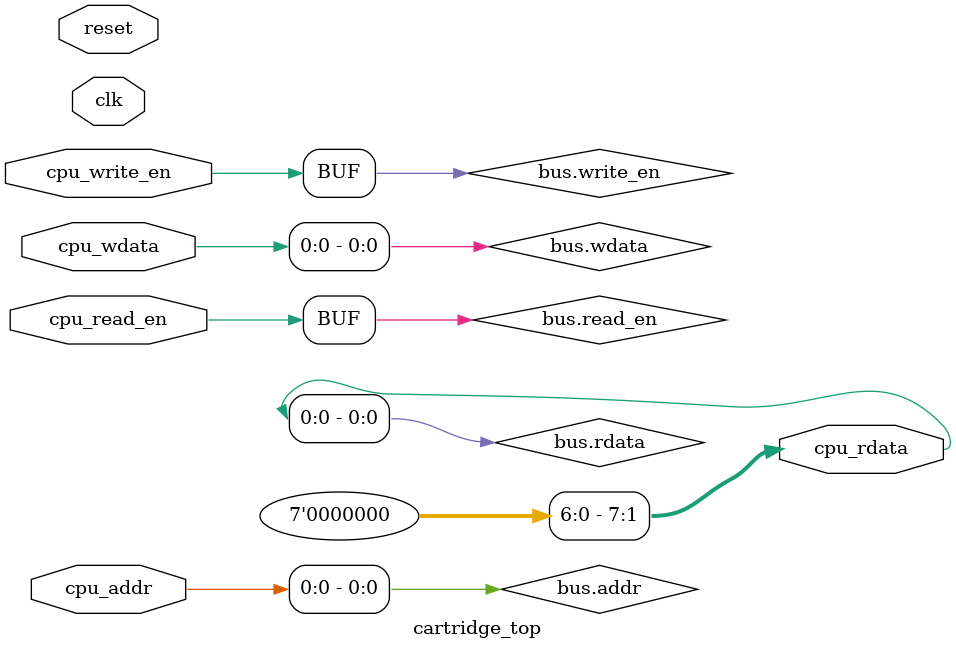
<source format=sv>
`ifndef CARTRIDGE_TOP_SV
`define CARTRIDGE_TOP_SV 

`include "Cartridge.sv"
`include "mmu/interface.sv"

module cartridge_top (
    input logic clk,
    input logic reset,

    input logic [15:0] cpu_addr,
    input logic [7:0] cpu_wdata,
    input logic cpu_read_en,
    input logic cpu_write_en,
    output logic [7:0] cpu_rdata
);

  Bus_if bus ();

  assign bus.addr     = cpu_addr;
  assign bus.wdata    = cpu_wdata;
  assign bus.read_en  = cpu_read_en;
  assign bus.write_en = cpu_write_en;

  assign cpu_rdata    = bus.rdata;

  Cartridge cart_inst (
      .clk  (clk),
      .reset(reset),
      .bus  (bus)
  );

endmodule

`endif  // CARTRIDGE_TOP_SV

</source>
